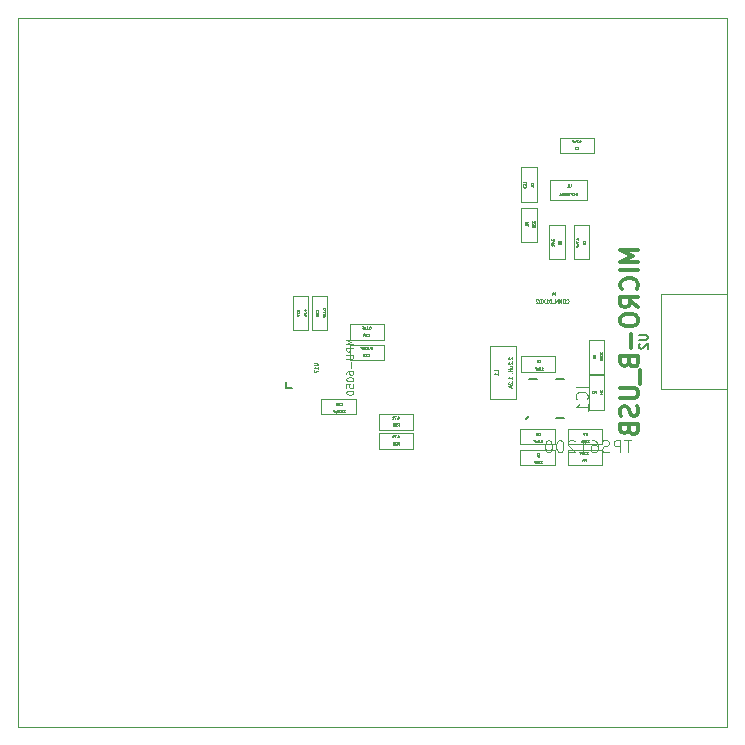
<source format=gbr>
G04 #@! TF.FileFunction,Legend,Bot*
%FSLAX46Y46*%
G04 Gerber Fmt 4.6, Leading zero omitted, Abs format (unit mm)*
G04 Created by KiCad (PCBNEW 4.0.2-stable) date Friday, May 27, 2016 'pmt' 03:10:38 pm*
%MOMM*%
G01*
G04 APERTURE LIST*
%ADD10C,0.100000*%
%ADD11C,0.001000*%
%ADD12C,0.203200*%
%ADD13C,0.099060*%
%ADD14C,0.198120*%
%ADD15C,0.050000*%
%ADD16C,0.075000*%
%ADD17C,0.190500*%
%ADD18C,0.304800*%
%ADD19C,0.060960*%
%ADD20C,0.124460*%
G04 APERTURE END LIST*
D10*
X14300000Y-13700000D02*
X74300000Y-13700000D01*
X74300000Y-73700000D02*
X74300000Y-13700000D01*
X14300000Y-73700000D02*
X74300000Y-73700000D01*
X14300000Y-13700000D02*
X14300000Y-73700000D01*
D11*
X61349760Y-31199660D02*
X61349760Y-34100340D01*
X61349760Y-34100340D02*
X62650240Y-34100340D01*
X62650240Y-34100340D02*
X62650240Y-31199660D01*
X62650240Y-31199660D02*
X61349760Y-31199660D01*
X63050340Y-23849760D02*
X60149660Y-23849760D01*
X60149660Y-23849760D02*
X60149660Y-25150240D01*
X60149660Y-25150240D02*
X63050340Y-25150240D01*
X63050340Y-25150240D02*
X63050340Y-23849760D01*
X56849660Y-43650240D02*
X59750340Y-43650240D01*
X59750340Y-43650240D02*
X59750340Y-42349760D01*
X59750340Y-42349760D02*
X56849660Y-42349760D01*
X56849660Y-42349760D02*
X56849660Y-43650240D01*
X56799660Y-51550240D02*
X59700340Y-51550240D01*
X59700340Y-51550240D02*
X59700340Y-50249760D01*
X59700340Y-50249760D02*
X56799660Y-50249760D01*
X56799660Y-50249760D02*
X56799660Y-51550240D01*
X56799660Y-49800240D02*
X59700340Y-49800240D01*
X59700340Y-49800240D02*
X59700340Y-48499760D01*
X59700340Y-48499760D02*
X56799660Y-48499760D01*
X56799660Y-48499760D02*
X56799660Y-49800240D01*
X45250340Y-41349760D02*
X42349660Y-41349760D01*
X42349660Y-41349760D02*
X42349660Y-42650240D01*
X42349660Y-42650240D02*
X45250340Y-42650240D01*
X45250340Y-42650240D02*
X45250340Y-41349760D01*
X45250340Y-39649760D02*
X42349660Y-39649760D01*
X42349660Y-39649760D02*
X42349660Y-40950240D01*
X42349660Y-40950240D02*
X45250340Y-40950240D01*
X45250340Y-40950240D02*
X45250340Y-39649760D01*
X40450240Y-40150340D02*
X40450240Y-37249660D01*
X40450240Y-37249660D02*
X39149760Y-37249660D01*
X39149760Y-37249660D02*
X39149760Y-40150340D01*
X39149760Y-40150340D02*
X40450240Y-40150340D01*
X39949660Y-47250240D02*
X42850340Y-47250240D01*
X42850340Y-47250240D02*
X42850340Y-45949760D01*
X42850340Y-45949760D02*
X39949660Y-45949760D01*
X39949660Y-45949760D02*
X39949660Y-47250240D01*
D12*
X57252480Y-47647520D02*
X57501400Y-47398600D01*
X60498600Y-47551000D02*
X59838200Y-47551000D01*
X60498600Y-44249000D02*
X59838200Y-44249000D01*
X58187200Y-44249000D02*
X57526800Y-44249000D01*
D11*
X56399820Y-45950440D02*
X54200180Y-45950440D01*
X54200180Y-45950440D02*
X54200180Y-41449560D01*
X54200180Y-41449560D02*
X56399820Y-41449560D01*
X56399820Y-41449560D02*
X56399820Y-45950440D01*
X58200240Y-32650340D02*
X58200240Y-29749660D01*
X58200240Y-29749660D02*
X56899760Y-29749660D01*
X56899760Y-29749660D02*
X56899760Y-32650340D01*
X56899760Y-32650340D02*
X58200240Y-32650340D01*
X59249760Y-31199660D02*
X59249760Y-34100340D01*
X59249760Y-34100340D02*
X60550240Y-34100340D01*
X60550240Y-34100340D02*
X60550240Y-31199660D01*
X60550240Y-31199660D02*
X59249760Y-31199660D01*
X63900240Y-46850340D02*
X63900240Y-43949660D01*
X63900240Y-43949660D02*
X62599760Y-43949660D01*
X62599760Y-43949660D02*
X62599760Y-46850340D01*
X62599760Y-46850340D02*
X63900240Y-46850340D01*
X63700340Y-50249760D02*
X60799660Y-50249760D01*
X60799660Y-50249760D02*
X60799660Y-51550240D01*
X60799660Y-51550240D02*
X63700340Y-51550240D01*
X63700340Y-51550240D02*
X63700340Y-50249760D01*
X63900240Y-43850340D02*
X63900240Y-40949660D01*
X63900240Y-40949660D02*
X62599760Y-40949660D01*
X62599760Y-40949660D02*
X62599760Y-43850340D01*
X62599760Y-43850340D02*
X63900240Y-43850340D01*
X60799660Y-49800240D02*
X63700340Y-49800240D01*
X63700340Y-49800240D02*
X63700340Y-48499760D01*
X63700340Y-48499760D02*
X60799660Y-48499760D01*
X60799660Y-48499760D02*
X60799660Y-49800240D01*
X47750340Y-47249760D02*
X44849660Y-47249760D01*
X44849660Y-47249760D02*
X44849660Y-48550240D01*
X44849660Y-48550240D02*
X47750340Y-48550240D01*
X47750340Y-48550240D02*
X47750340Y-47249760D01*
X47750340Y-48849760D02*
X44849660Y-48849760D01*
X44849660Y-48849760D02*
X44849660Y-50150240D01*
X44849660Y-50150240D02*
X47750340Y-50150240D01*
X47750340Y-50150240D02*
X47750340Y-48849760D01*
X38850240Y-40150340D02*
X38850240Y-37249660D01*
X38850240Y-37249660D02*
X37549760Y-37249660D01*
X37549760Y-37249660D02*
X37549760Y-40150340D01*
X37549760Y-40150340D02*
X38850240Y-40150340D01*
X59350600Y-29100900D02*
X62449400Y-29100900D01*
X62449400Y-29100900D02*
X62449400Y-27399100D01*
X62449400Y-27399100D02*
X59350600Y-27399100D01*
X59350600Y-27399100D02*
X59350600Y-29100900D01*
D13*
X74100760Y-37099500D02*
X74298880Y-37099500D01*
X74100760Y-45100500D02*
X74298880Y-45100500D01*
X68700720Y-37099500D02*
X68700720Y-45100500D01*
X68700720Y-45100500D02*
X74100760Y-45100500D01*
X74298880Y-45100500D02*
X74298880Y-37099500D01*
X74100760Y-37099500D02*
X68700720Y-37099500D01*
D11*
X56899760Y-26349660D02*
X56899760Y-29250340D01*
X56899760Y-29250340D02*
X58200240Y-29250340D01*
X58200240Y-29250340D02*
X58200240Y-26349660D01*
X58200240Y-26349660D02*
X56899760Y-26349660D01*
D14*
X37498980Y-44998980D02*
X36973200Y-44998980D01*
X36950500Y-44973200D02*
X36950500Y-44523620D01*
D15*
X62296429Y-32666667D02*
X62305952Y-32657143D01*
X62315476Y-32628572D01*
X62315476Y-32609524D01*
X62305952Y-32580952D01*
X62286905Y-32561905D01*
X62267857Y-32552381D01*
X62229762Y-32542857D01*
X62201190Y-32542857D01*
X62163095Y-32552381D01*
X62144048Y-32561905D01*
X62125000Y-32580952D01*
X62115476Y-32609524D01*
X62115476Y-32628572D01*
X62125000Y-32657143D01*
X62134524Y-32666667D01*
X62315476Y-32857143D02*
X62315476Y-32742857D01*
X62315476Y-32800000D02*
X62115476Y-32800000D01*
X62144048Y-32780952D01*
X62163095Y-32761905D01*
X62172619Y-32742857D01*
X61582143Y-32419048D02*
X61715476Y-32419048D01*
X61505952Y-32371429D02*
X61648810Y-32323810D01*
X61648810Y-32447620D01*
X61696429Y-32523810D02*
X61705952Y-32533334D01*
X61715476Y-32523810D01*
X61705952Y-32514286D01*
X61696429Y-32523810D01*
X61715476Y-32523810D01*
X61515476Y-32600000D02*
X61515476Y-32733334D01*
X61715476Y-32647619D01*
X61582143Y-32895238D02*
X61715476Y-32895238D01*
X61582143Y-32809524D02*
X61686905Y-32809524D01*
X61705952Y-32819048D01*
X61715476Y-32838095D01*
X61715476Y-32866667D01*
X61705952Y-32885715D01*
X61696429Y-32895238D01*
X61610714Y-33057143D02*
X61610714Y-32990476D01*
X61715476Y-32990476D02*
X61515476Y-32990476D01*
X61515476Y-33085714D01*
X61583333Y-24796429D02*
X61592857Y-24805952D01*
X61621428Y-24815476D01*
X61640476Y-24815476D01*
X61669048Y-24805952D01*
X61688095Y-24786905D01*
X61697619Y-24767857D01*
X61707143Y-24729762D01*
X61707143Y-24701190D01*
X61697619Y-24663095D01*
X61688095Y-24644048D01*
X61669048Y-24625000D01*
X61640476Y-24615476D01*
X61621428Y-24615476D01*
X61592857Y-24625000D01*
X61583333Y-24634524D01*
X61507143Y-24634524D02*
X61497619Y-24625000D01*
X61478571Y-24615476D01*
X61430952Y-24615476D01*
X61411905Y-24625000D01*
X61402381Y-24634524D01*
X61392857Y-24653571D01*
X61392857Y-24672619D01*
X61402381Y-24701190D01*
X61516667Y-24815476D01*
X61392857Y-24815476D01*
X61830952Y-24082143D02*
X61830952Y-24215476D01*
X61878571Y-24005952D02*
X61926190Y-24148810D01*
X61802380Y-24148810D01*
X61726190Y-24196429D02*
X61716666Y-24205952D01*
X61726190Y-24215476D01*
X61735714Y-24205952D01*
X61726190Y-24196429D01*
X61726190Y-24215476D01*
X61650000Y-24015476D02*
X61516666Y-24015476D01*
X61602381Y-24215476D01*
X61354762Y-24082143D02*
X61354762Y-24215476D01*
X61440476Y-24082143D02*
X61440476Y-24186905D01*
X61430952Y-24205952D01*
X61411905Y-24215476D01*
X61383333Y-24215476D01*
X61364285Y-24205952D01*
X61354762Y-24196429D01*
X61192857Y-24110714D02*
X61259524Y-24110714D01*
X61259524Y-24215476D02*
X61259524Y-24015476D01*
X61164286Y-24015476D01*
X58383333Y-42846429D02*
X58392857Y-42855952D01*
X58421428Y-42865476D01*
X58440476Y-42865476D01*
X58469048Y-42855952D01*
X58488095Y-42836905D01*
X58497619Y-42817857D01*
X58507143Y-42779762D01*
X58507143Y-42751190D01*
X58497619Y-42713095D01*
X58488095Y-42694048D01*
X58469048Y-42675000D01*
X58440476Y-42665476D01*
X58421428Y-42665476D01*
X58392857Y-42675000D01*
X58383333Y-42684524D01*
X58316667Y-42665476D02*
X58192857Y-42665476D01*
X58259524Y-42741667D01*
X58230952Y-42741667D01*
X58211905Y-42751190D01*
X58202381Y-42760714D01*
X58192857Y-42779762D01*
X58192857Y-42827381D01*
X58202381Y-42846429D01*
X58211905Y-42855952D01*
X58230952Y-42865476D01*
X58288095Y-42865476D01*
X58307143Y-42855952D01*
X58316667Y-42846429D01*
X58564285Y-43465476D02*
X58678571Y-43465476D01*
X58621428Y-43465476D02*
X58621428Y-43265476D01*
X58640476Y-43294048D01*
X58659523Y-43313095D01*
X58678571Y-43322619D01*
X58440476Y-43265476D02*
X58421428Y-43265476D01*
X58402380Y-43275000D01*
X58392857Y-43284524D01*
X58383333Y-43303571D01*
X58373809Y-43341667D01*
X58373809Y-43389286D01*
X58383333Y-43427381D01*
X58392857Y-43446429D01*
X58402380Y-43455952D01*
X58421428Y-43465476D01*
X58440476Y-43465476D01*
X58459523Y-43455952D01*
X58469047Y-43446429D01*
X58478571Y-43427381D01*
X58488095Y-43389286D01*
X58488095Y-43341667D01*
X58478571Y-43303571D01*
X58469047Y-43284524D01*
X58459523Y-43275000D01*
X58440476Y-43265476D01*
X58202381Y-43332143D02*
X58202381Y-43465476D01*
X58288095Y-43332143D02*
X58288095Y-43436905D01*
X58278571Y-43455952D01*
X58259524Y-43465476D01*
X58230952Y-43465476D01*
X58211904Y-43455952D01*
X58202381Y-43446429D01*
X58040476Y-43360714D02*
X58107143Y-43360714D01*
X58107143Y-43465476D02*
X58107143Y-43265476D01*
X58011905Y-43265476D01*
X58371429Y-50641667D02*
X58380952Y-50632143D01*
X58390476Y-50603572D01*
X58390476Y-50584524D01*
X58380952Y-50555952D01*
X58361905Y-50536905D01*
X58342857Y-50527381D01*
X58304762Y-50517857D01*
X58276190Y-50517857D01*
X58238095Y-50527381D01*
X58219048Y-50536905D01*
X58200000Y-50555952D01*
X58190476Y-50584524D01*
X58190476Y-50603572D01*
X58200000Y-50632143D01*
X58209524Y-50641667D01*
X58190476Y-50822619D02*
X58190476Y-50727381D01*
X58285714Y-50717857D01*
X58276190Y-50727381D01*
X58266667Y-50746429D01*
X58266667Y-50794048D01*
X58276190Y-50813095D01*
X58285714Y-50822619D01*
X58304762Y-50832143D01*
X58352381Y-50832143D01*
X58371429Y-50822619D01*
X58380952Y-50813095D01*
X58390476Y-50794048D01*
X58390476Y-50746429D01*
X58380952Y-50727381D01*
X58371429Y-50717857D01*
X58628571Y-51184524D02*
X58619047Y-51175000D01*
X58599999Y-51165476D01*
X58552380Y-51165476D01*
X58533333Y-51175000D01*
X58523809Y-51184524D01*
X58514285Y-51203571D01*
X58514285Y-51222619D01*
X58523809Y-51251190D01*
X58638095Y-51365476D01*
X58514285Y-51365476D01*
X58438095Y-51184524D02*
X58428571Y-51175000D01*
X58409523Y-51165476D01*
X58361904Y-51165476D01*
X58342857Y-51175000D01*
X58333333Y-51184524D01*
X58323809Y-51203571D01*
X58323809Y-51222619D01*
X58333333Y-51251190D01*
X58447619Y-51365476D01*
X58323809Y-51365476D01*
X58152381Y-51232143D02*
X58152381Y-51365476D01*
X58238095Y-51232143D02*
X58238095Y-51336905D01*
X58228571Y-51355952D01*
X58209524Y-51365476D01*
X58180952Y-51365476D01*
X58161904Y-51355952D01*
X58152381Y-51346429D01*
X57990476Y-51260714D02*
X58057143Y-51260714D01*
X58057143Y-51365476D02*
X58057143Y-51165476D01*
X57961905Y-51165476D01*
X58333333Y-48996429D02*
X58342857Y-49005952D01*
X58371428Y-49015476D01*
X58390476Y-49015476D01*
X58419048Y-49005952D01*
X58438095Y-48986905D01*
X58447619Y-48967857D01*
X58457143Y-48929762D01*
X58457143Y-48901190D01*
X58447619Y-48863095D01*
X58438095Y-48844048D01*
X58419048Y-48825000D01*
X58390476Y-48815476D01*
X58371428Y-48815476D01*
X58342857Y-48825000D01*
X58333333Y-48834524D01*
X58161905Y-48815476D02*
X58200000Y-48815476D01*
X58219048Y-48825000D01*
X58228571Y-48834524D01*
X58247619Y-48863095D01*
X58257143Y-48901190D01*
X58257143Y-48977381D01*
X58247619Y-48996429D01*
X58238095Y-49005952D01*
X58219048Y-49015476D01*
X58180952Y-49015476D01*
X58161905Y-49005952D01*
X58152381Y-48996429D01*
X58142857Y-48977381D01*
X58142857Y-48929762D01*
X58152381Y-48910714D01*
X58161905Y-48901190D01*
X58180952Y-48891667D01*
X58219048Y-48891667D01*
X58238095Y-48901190D01*
X58247619Y-48910714D01*
X58257143Y-48929762D01*
X58628571Y-49415476D02*
X58609523Y-49415476D01*
X58590475Y-49425000D01*
X58580952Y-49434524D01*
X58571428Y-49453571D01*
X58561904Y-49491667D01*
X58561904Y-49539286D01*
X58571428Y-49577381D01*
X58580952Y-49596429D01*
X58590475Y-49605952D01*
X58609523Y-49615476D01*
X58628571Y-49615476D01*
X58647618Y-49605952D01*
X58657142Y-49596429D01*
X58666666Y-49577381D01*
X58676190Y-49539286D01*
X58676190Y-49491667D01*
X58666666Y-49453571D01*
X58657142Y-49434524D01*
X58647618Y-49425000D01*
X58628571Y-49415476D01*
X58476190Y-49596429D02*
X58466666Y-49605952D01*
X58476190Y-49615476D01*
X58485714Y-49605952D01*
X58476190Y-49596429D01*
X58476190Y-49615476D01*
X58276190Y-49615476D02*
X58390476Y-49615476D01*
X58333333Y-49615476D02*
X58333333Y-49415476D01*
X58352381Y-49444048D01*
X58371428Y-49463095D01*
X58390476Y-49472619D01*
X58104762Y-49482143D02*
X58104762Y-49615476D01*
X58190476Y-49482143D02*
X58190476Y-49586905D01*
X58180952Y-49605952D01*
X58161905Y-49615476D01*
X58133333Y-49615476D01*
X58114285Y-49605952D01*
X58104762Y-49596429D01*
X57942857Y-49510714D02*
X58009524Y-49510714D01*
X58009524Y-49615476D02*
X58009524Y-49415476D01*
X57914286Y-49415476D01*
X43878571Y-42296429D02*
X43888095Y-42305952D01*
X43916666Y-42315476D01*
X43935714Y-42315476D01*
X43964286Y-42305952D01*
X43983333Y-42286905D01*
X43992857Y-42267857D01*
X44002381Y-42229762D01*
X44002381Y-42201190D01*
X43992857Y-42163095D01*
X43983333Y-42144048D01*
X43964286Y-42125000D01*
X43935714Y-42115476D01*
X43916666Y-42115476D01*
X43888095Y-42125000D01*
X43878571Y-42134524D01*
X43802381Y-42134524D02*
X43792857Y-42125000D01*
X43773809Y-42115476D01*
X43726190Y-42115476D01*
X43707143Y-42125000D01*
X43697619Y-42134524D01*
X43688095Y-42153571D01*
X43688095Y-42172619D01*
X43697619Y-42201190D01*
X43811905Y-42315476D01*
X43688095Y-42315476D01*
X43621429Y-42115476D02*
X43497619Y-42115476D01*
X43564286Y-42191667D01*
X43535714Y-42191667D01*
X43516667Y-42201190D01*
X43507143Y-42210714D01*
X43497619Y-42229762D01*
X43497619Y-42277381D01*
X43507143Y-42296429D01*
X43516667Y-42305952D01*
X43535714Y-42315476D01*
X43592857Y-42315476D01*
X43611905Y-42305952D01*
X43621429Y-42296429D01*
X44173809Y-41515476D02*
X44154761Y-41515476D01*
X44135713Y-41525000D01*
X44126190Y-41534524D01*
X44116666Y-41553571D01*
X44107142Y-41591667D01*
X44107142Y-41639286D01*
X44116666Y-41677381D01*
X44126190Y-41696429D01*
X44135713Y-41705952D01*
X44154761Y-41715476D01*
X44173809Y-41715476D01*
X44192856Y-41705952D01*
X44202380Y-41696429D01*
X44211904Y-41677381D01*
X44221428Y-41639286D01*
X44221428Y-41591667D01*
X44211904Y-41553571D01*
X44202380Y-41534524D01*
X44192856Y-41525000D01*
X44173809Y-41515476D01*
X44021428Y-41696429D02*
X44011904Y-41705952D01*
X44021428Y-41715476D01*
X44030952Y-41705952D01*
X44021428Y-41696429D01*
X44021428Y-41715476D01*
X43888095Y-41515476D02*
X43869047Y-41515476D01*
X43849999Y-41525000D01*
X43840476Y-41534524D01*
X43830952Y-41553571D01*
X43821428Y-41591667D01*
X43821428Y-41639286D01*
X43830952Y-41677381D01*
X43840476Y-41696429D01*
X43849999Y-41705952D01*
X43869047Y-41715476D01*
X43888095Y-41715476D01*
X43907142Y-41705952D01*
X43916666Y-41696429D01*
X43926190Y-41677381D01*
X43935714Y-41639286D01*
X43935714Y-41591667D01*
X43926190Y-41553571D01*
X43916666Y-41534524D01*
X43907142Y-41525000D01*
X43888095Y-41515476D01*
X43630952Y-41715476D02*
X43745238Y-41715476D01*
X43688095Y-41715476D02*
X43688095Y-41515476D01*
X43707143Y-41544048D01*
X43726190Y-41563095D01*
X43745238Y-41572619D01*
X43459524Y-41582143D02*
X43459524Y-41715476D01*
X43545238Y-41582143D02*
X43545238Y-41686905D01*
X43535714Y-41705952D01*
X43516667Y-41715476D01*
X43488095Y-41715476D01*
X43469047Y-41705952D01*
X43459524Y-41696429D01*
X43297619Y-41610714D02*
X43364286Y-41610714D01*
X43364286Y-41715476D02*
X43364286Y-41515476D01*
X43269048Y-41515476D01*
X43878571Y-40596429D02*
X43888095Y-40605952D01*
X43916666Y-40615476D01*
X43935714Y-40615476D01*
X43964286Y-40605952D01*
X43983333Y-40586905D01*
X43992857Y-40567857D01*
X44002381Y-40529762D01*
X44002381Y-40501190D01*
X43992857Y-40463095D01*
X43983333Y-40444048D01*
X43964286Y-40425000D01*
X43935714Y-40415476D01*
X43916666Y-40415476D01*
X43888095Y-40425000D01*
X43878571Y-40434524D01*
X43802381Y-40434524D02*
X43792857Y-40425000D01*
X43773809Y-40415476D01*
X43726190Y-40415476D01*
X43707143Y-40425000D01*
X43697619Y-40434524D01*
X43688095Y-40453571D01*
X43688095Y-40472619D01*
X43697619Y-40501190D01*
X43811905Y-40615476D01*
X43688095Y-40615476D01*
X43516667Y-40482143D02*
X43516667Y-40615476D01*
X43564286Y-40405952D02*
X43611905Y-40548810D01*
X43488095Y-40548810D01*
X44078571Y-39815476D02*
X44059523Y-39815476D01*
X44040475Y-39825000D01*
X44030952Y-39834524D01*
X44021428Y-39853571D01*
X44011904Y-39891667D01*
X44011904Y-39939286D01*
X44021428Y-39977381D01*
X44030952Y-39996429D01*
X44040475Y-40005952D01*
X44059523Y-40015476D01*
X44078571Y-40015476D01*
X44097618Y-40005952D01*
X44107142Y-39996429D01*
X44116666Y-39977381D01*
X44126190Y-39939286D01*
X44126190Y-39891667D01*
X44116666Y-39853571D01*
X44107142Y-39834524D01*
X44097618Y-39825000D01*
X44078571Y-39815476D01*
X43926190Y-39996429D02*
X43916666Y-40005952D01*
X43926190Y-40015476D01*
X43935714Y-40005952D01*
X43926190Y-39996429D01*
X43926190Y-40015476D01*
X43726190Y-40015476D02*
X43840476Y-40015476D01*
X43783333Y-40015476D02*
X43783333Y-39815476D01*
X43802381Y-39844048D01*
X43821428Y-39863095D01*
X43840476Y-39872619D01*
X43554762Y-39882143D02*
X43554762Y-40015476D01*
X43640476Y-39882143D02*
X43640476Y-39986905D01*
X43630952Y-40005952D01*
X43611905Y-40015476D01*
X43583333Y-40015476D01*
X43564285Y-40005952D01*
X43554762Y-39996429D01*
X43392857Y-39910714D02*
X43459524Y-39910714D01*
X43459524Y-40015476D02*
X43459524Y-39815476D01*
X43364286Y-39815476D01*
X39646429Y-38521429D02*
X39655952Y-38511905D01*
X39665476Y-38483334D01*
X39665476Y-38464286D01*
X39655952Y-38435714D01*
X39636905Y-38416667D01*
X39617857Y-38407143D01*
X39579762Y-38397619D01*
X39551190Y-38397619D01*
X39513095Y-38407143D01*
X39494048Y-38416667D01*
X39475000Y-38435714D01*
X39465476Y-38464286D01*
X39465476Y-38483334D01*
X39475000Y-38511905D01*
X39484524Y-38521429D01*
X39484524Y-38597619D02*
X39475000Y-38607143D01*
X39465476Y-38626191D01*
X39465476Y-38673810D01*
X39475000Y-38692857D01*
X39484524Y-38702381D01*
X39503571Y-38711905D01*
X39522619Y-38711905D01*
X39551190Y-38702381D01*
X39665476Y-38588095D01*
X39665476Y-38711905D01*
X39465476Y-38892857D02*
X39465476Y-38797619D01*
X39560714Y-38788095D01*
X39551190Y-38797619D01*
X39541667Y-38816667D01*
X39541667Y-38864286D01*
X39551190Y-38883333D01*
X39560714Y-38892857D01*
X39579762Y-38902381D01*
X39627381Y-38902381D01*
X39646429Y-38892857D01*
X39655952Y-38883333D01*
X39665476Y-38864286D01*
X39665476Y-38816667D01*
X39655952Y-38797619D01*
X39646429Y-38788095D01*
X40065476Y-38321429D02*
X40065476Y-38340477D01*
X40075000Y-38359525D01*
X40084524Y-38369048D01*
X40103571Y-38378572D01*
X40141667Y-38388096D01*
X40189286Y-38388096D01*
X40227381Y-38378572D01*
X40246429Y-38369048D01*
X40255952Y-38359525D01*
X40265476Y-38340477D01*
X40265476Y-38321429D01*
X40255952Y-38302382D01*
X40246429Y-38292858D01*
X40227381Y-38283334D01*
X40189286Y-38273810D01*
X40141667Y-38273810D01*
X40103571Y-38283334D01*
X40084524Y-38292858D01*
X40075000Y-38302382D01*
X40065476Y-38321429D01*
X40246429Y-38473810D02*
X40255952Y-38483334D01*
X40265476Y-38473810D01*
X40255952Y-38464286D01*
X40246429Y-38473810D01*
X40265476Y-38473810D01*
X40265476Y-38673810D02*
X40265476Y-38559524D01*
X40265476Y-38616667D02*
X40065476Y-38616667D01*
X40094048Y-38597619D01*
X40113095Y-38578572D01*
X40122619Y-38559524D01*
X40132143Y-38845238D02*
X40265476Y-38845238D01*
X40132143Y-38759524D02*
X40236905Y-38759524D01*
X40255952Y-38769048D01*
X40265476Y-38788095D01*
X40265476Y-38816667D01*
X40255952Y-38835715D01*
X40246429Y-38845238D01*
X40160714Y-39007143D02*
X40160714Y-38940476D01*
X40265476Y-38940476D02*
X40065476Y-38940476D01*
X40065476Y-39035714D01*
X41578571Y-46446429D02*
X41588095Y-46455952D01*
X41616666Y-46465476D01*
X41635714Y-46465476D01*
X41664286Y-46455952D01*
X41683333Y-46436905D01*
X41692857Y-46417857D01*
X41702381Y-46379762D01*
X41702381Y-46351190D01*
X41692857Y-46313095D01*
X41683333Y-46294048D01*
X41664286Y-46275000D01*
X41635714Y-46265476D01*
X41616666Y-46265476D01*
X41588095Y-46275000D01*
X41578571Y-46284524D01*
X41502381Y-46284524D02*
X41492857Y-46275000D01*
X41473809Y-46265476D01*
X41426190Y-46265476D01*
X41407143Y-46275000D01*
X41397619Y-46284524D01*
X41388095Y-46303571D01*
X41388095Y-46322619D01*
X41397619Y-46351190D01*
X41511905Y-46465476D01*
X41388095Y-46465476D01*
X41216667Y-46265476D02*
X41254762Y-46265476D01*
X41273810Y-46275000D01*
X41283333Y-46284524D01*
X41302381Y-46313095D01*
X41311905Y-46351190D01*
X41311905Y-46427381D01*
X41302381Y-46446429D01*
X41292857Y-46455952D01*
X41273810Y-46465476D01*
X41235714Y-46465476D01*
X41216667Y-46455952D01*
X41207143Y-46446429D01*
X41197619Y-46427381D01*
X41197619Y-46379762D01*
X41207143Y-46360714D01*
X41216667Y-46351190D01*
X41235714Y-46341667D01*
X41273810Y-46341667D01*
X41292857Y-46351190D01*
X41302381Y-46360714D01*
X41311905Y-46379762D01*
X41969047Y-46884524D02*
X41959523Y-46875000D01*
X41940475Y-46865476D01*
X41892856Y-46865476D01*
X41873809Y-46875000D01*
X41864285Y-46884524D01*
X41854761Y-46903571D01*
X41854761Y-46922619D01*
X41864285Y-46951190D01*
X41978571Y-47065476D01*
X41854761Y-47065476D01*
X41778571Y-46884524D02*
X41769047Y-46875000D01*
X41749999Y-46865476D01*
X41702380Y-46865476D01*
X41683333Y-46875000D01*
X41673809Y-46884524D01*
X41664285Y-46903571D01*
X41664285Y-46922619D01*
X41673809Y-46951190D01*
X41788095Y-47065476D01*
X41664285Y-47065476D01*
X41540476Y-46865476D02*
X41521428Y-46865476D01*
X41502380Y-46875000D01*
X41492857Y-46884524D01*
X41483333Y-46903571D01*
X41473809Y-46941667D01*
X41473809Y-46989286D01*
X41483333Y-47027381D01*
X41492857Y-47046429D01*
X41502380Y-47055952D01*
X41521428Y-47065476D01*
X41540476Y-47065476D01*
X41559523Y-47055952D01*
X41569047Y-47046429D01*
X41578571Y-47027381D01*
X41588095Y-46989286D01*
X41588095Y-46941667D01*
X41578571Y-46903571D01*
X41569047Y-46884524D01*
X41559523Y-46875000D01*
X41540476Y-46865476D01*
X41350000Y-46865476D02*
X41330952Y-46865476D01*
X41311904Y-46875000D01*
X41302381Y-46884524D01*
X41292857Y-46903571D01*
X41283333Y-46941667D01*
X41283333Y-46989286D01*
X41292857Y-47027381D01*
X41302381Y-47046429D01*
X41311904Y-47055952D01*
X41330952Y-47065476D01*
X41350000Y-47065476D01*
X41369047Y-47055952D01*
X41378571Y-47046429D01*
X41388095Y-47027381D01*
X41397619Y-46989286D01*
X41397619Y-46941667D01*
X41388095Y-46903571D01*
X41378571Y-46884524D01*
X41369047Y-46875000D01*
X41350000Y-46865476D01*
X41197619Y-46932143D02*
X41197619Y-47132143D01*
X41197619Y-46941667D02*
X41178571Y-46932143D01*
X41140476Y-46932143D01*
X41121428Y-46941667D01*
X41111905Y-46951190D01*
X41102381Y-46970238D01*
X41102381Y-47027381D01*
X41111905Y-47046429D01*
X41121428Y-47055952D01*
X41140476Y-47065476D01*
X41178571Y-47065476D01*
X41197619Y-47055952D01*
X40950000Y-46960714D02*
X41016667Y-46960714D01*
X41016667Y-47065476D02*
X41016667Y-46865476D01*
X40921429Y-46865476D01*
D13*
X62507619Y-44908191D02*
X61491619Y-44908191D01*
X62410857Y-45972572D02*
X62459238Y-45924191D01*
X62507619Y-45779048D01*
X62507619Y-45682286D01*
X62459238Y-45537144D01*
X62362476Y-45440382D01*
X62265714Y-45392001D01*
X62072190Y-45343620D01*
X61927048Y-45343620D01*
X61733524Y-45392001D01*
X61636762Y-45440382D01*
X61540000Y-45537144D01*
X61491619Y-45682286D01*
X61491619Y-45779048D01*
X61540000Y-45924191D01*
X61588381Y-45972572D01*
X62507619Y-46940191D02*
X62507619Y-46359620D01*
X62507619Y-46649906D02*
X61491619Y-46649906D01*
X61636762Y-46553144D01*
X61733524Y-46456382D01*
X61781905Y-46359620D01*
X66201142Y-49443619D02*
X65620571Y-49443619D01*
X65910856Y-50459619D02*
X65910856Y-49443619D01*
X65281904Y-50459619D02*
X65281904Y-49443619D01*
X64894857Y-49443619D01*
X64798095Y-49492000D01*
X64749714Y-49540381D01*
X64701333Y-49637143D01*
X64701333Y-49782286D01*
X64749714Y-49879048D01*
X64798095Y-49927429D01*
X64894857Y-49975810D01*
X65281904Y-49975810D01*
X64314285Y-50411238D02*
X64169142Y-50459619D01*
X63927238Y-50459619D01*
X63830476Y-50411238D01*
X63782095Y-50362857D01*
X63733714Y-50266095D01*
X63733714Y-50169333D01*
X63782095Y-50072571D01*
X63830476Y-50024190D01*
X63927238Y-49975810D01*
X64120761Y-49927429D01*
X64217523Y-49879048D01*
X64265904Y-49830667D01*
X64314285Y-49733905D01*
X64314285Y-49637143D01*
X64265904Y-49540381D01*
X64217523Y-49492000D01*
X64120761Y-49443619D01*
X63878857Y-49443619D01*
X63733714Y-49492000D01*
X62862857Y-49443619D02*
X63056380Y-49443619D01*
X63153142Y-49492000D01*
X63201523Y-49540381D01*
X63298285Y-49685524D01*
X63346666Y-49879048D01*
X63346666Y-50266095D01*
X63298285Y-50362857D01*
X63249904Y-50411238D01*
X63153142Y-50459619D01*
X62959619Y-50459619D01*
X62862857Y-50411238D01*
X62814476Y-50362857D01*
X62766095Y-50266095D01*
X62766095Y-50024190D01*
X62814476Y-49927429D01*
X62862857Y-49879048D01*
X62959619Y-49830667D01*
X63153142Y-49830667D01*
X63249904Y-49879048D01*
X63298285Y-49927429D01*
X63346666Y-50024190D01*
X61798476Y-50459619D02*
X62379047Y-50459619D01*
X62088761Y-50459619D02*
X62088761Y-49443619D01*
X62185523Y-49588762D01*
X62282285Y-49685524D01*
X62379047Y-49733905D01*
X61411428Y-49540381D02*
X61363047Y-49492000D01*
X61266285Y-49443619D01*
X61024381Y-49443619D01*
X60927619Y-49492000D01*
X60879238Y-49540381D01*
X60830857Y-49637143D01*
X60830857Y-49733905D01*
X60879238Y-49879048D01*
X61459809Y-50459619D01*
X60830857Y-50459619D01*
X60201904Y-49443619D02*
X60105143Y-49443619D01*
X60008381Y-49492000D01*
X59960000Y-49540381D01*
X59911619Y-49637143D01*
X59863238Y-49830667D01*
X59863238Y-50072571D01*
X59911619Y-50266095D01*
X59960000Y-50362857D01*
X60008381Y-50411238D01*
X60105143Y-50459619D01*
X60201904Y-50459619D01*
X60298666Y-50411238D01*
X60347047Y-50362857D01*
X60395428Y-50266095D01*
X60443809Y-50072571D01*
X60443809Y-49830667D01*
X60395428Y-49637143D01*
X60347047Y-49540381D01*
X60298666Y-49492000D01*
X60201904Y-49443619D01*
X59234285Y-49443619D02*
X59137524Y-49443619D01*
X59040762Y-49492000D01*
X58992381Y-49540381D01*
X58944000Y-49637143D01*
X58895619Y-49830667D01*
X58895619Y-50072571D01*
X58944000Y-50266095D01*
X58992381Y-50362857D01*
X59040762Y-50411238D01*
X59137524Y-50459619D01*
X59234285Y-50459619D01*
X59331047Y-50411238D01*
X59379428Y-50362857D01*
X59427809Y-50266095D01*
X59476190Y-50072571D01*
X59476190Y-49830667D01*
X59427809Y-49637143D01*
X59379428Y-49540381D01*
X59331047Y-49492000D01*
X59234285Y-49443619D01*
D16*
X54898214Y-43650001D02*
X54898214Y-43507144D01*
X54598214Y-43507144D01*
X54898214Y-43907143D02*
X54898214Y-43735715D01*
X54898214Y-43821429D02*
X54598214Y-43821429D01*
X54641071Y-43792858D01*
X54669643Y-43764286D01*
X54683929Y-43735715D01*
X55814286Y-42435715D02*
X55800000Y-42450001D01*
X55785714Y-42478572D01*
X55785714Y-42550001D01*
X55800000Y-42578572D01*
X55814286Y-42592858D01*
X55842857Y-42607143D01*
X55871429Y-42607143D01*
X55914286Y-42592858D01*
X56085714Y-42421429D01*
X56085714Y-42607143D01*
X56057143Y-42735715D02*
X56071429Y-42750000D01*
X56085714Y-42735715D01*
X56071429Y-42721429D01*
X56057143Y-42735715D01*
X56085714Y-42735715D01*
X55814286Y-42864286D02*
X55800000Y-42878572D01*
X55785714Y-42907143D01*
X55785714Y-42978572D01*
X55800000Y-43007143D01*
X55814286Y-43021429D01*
X55842857Y-43035714D01*
X55871429Y-43035714D01*
X55914286Y-43021429D01*
X56085714Y-42850000D01*
X56085714Y-43035714D01*
X55885714Y-43292857D02*
X56085714Y-43292857D01*
X55885714Y-43164286D02*
X56042857Y-43164286D01*
X56071429Y-43178571D01*
X56085714Y-43207143D01*
X56085714Y-43250000D01*
X56071429Y-43278571D01*
X56057143Y-43292857D01*
X56085714Y-43435715D02*
X55785714Y-43435715D01*
X55928571Y-43435715D02*
X55928571Y-43607143D01*
X56085714Y-43607143D02*
X55785714Y-43607143D01*
X56071429Y-43764286D02*
X56085714Y-43764286D01*
X56114286Y-43750001D01*
X56128571Y-43735715D01*
X56085714Y-44278571D02*
X56085714Y-44107143D01*
X56085714Y-44192857D02*
X55785714Y-44192857D01*
X55828571Y-44164286D01*
X55857143Y-44135714D01*
X55871429Y-44107143D01*
X56057143Y-44407143D02*
X56071429Y-44421428D01*
X56085714Y-44407143D01*
X56071429Y-44392857D01*
X56057143Y-44407143D01*
X56085714Y-44407143D01*
X55814286Y-44535714D02*
X55800000Y-44550000D01*
X55785714Y-44578571D01*
X55785714Y-44650000D01*
X55800000Y-44678571D01*
X55814286Y-44692857D01*
X55842857Y-44707142D01*
X55871429Y-44707142D01*
X55914286Y-44692857D01*
X56085714Y-44521428D01*
X56085714Y-44707142D01*
X56000000Y-44821428D02*
X56000000Y-44964285D01*
X56085714Y-44792856D02*
X55785714Y-44892856D01*
X56085714Y-44992856D01*
D15*
X57415476Y-31116667D02*
X57320238Y-31050000D01*
X57415476Y-31002381D02*
X57215476Y-31002381D01*
X57215476Y-31078572D01*
X57225000Y-31097619D01*
X57234524Y-31107143D01*
X57253571Y-31116667D01*
X57282143Y-31116667D01*
X57301190Y-31107143D01*
X57310714Y-31097619D01*
X57320238Y-31078572D01*
X57320238Y-31002381D01*
X57415476Y-31307143D02*
X57415476Y-31192857D01*
X57415476Y-31250000D02*
X57215476Y-31250000D01*
X57244048Y-31230952D01*
X57263095Y-31211905D01*
X57272619Y-31192857D01*
X57815476Y-30892857D02*
X57815476Y-31016667D01*
X57891667Y-30950000D01*
X57891667Y-30978572D01*
X57901190Y-30997619D01*
X57910714Y-31007143D01*
X57929762Y-31016667D01*
X57977381Y-31016667D01*
X57996429Y-31007143D01*
X58005952Y-30997619D01*
X58015476Y-30978572D01*
X58015476Y-30921429D01*
X58005952Y-30902381D01*
X57996429Y-30892857D01*
X57815476Y-31083333D02*
X57815476Y-31207143D01*
X57891667Y-31140476D01*
X57891667Y-31169048D01*
X57901190Y-31188095D01*
X57910714Y-31197619D01*
X57929762Y-31207143D01*
X57977381Y-31207143D01*
X57996429Y-31197619D01*
X58005952Y-31188095D01*
X58015476Y-31169048D01*
X58015476Y-31111905D01*
X58005952Y-31092857D01*
X57996429Y-31083333D01*
X57815476Y-31330952D02*
X57815476Y-31350000D01*
X57825000Y-31369048D01*
X57834524Y-31378571D01*
X57853571Y-31388095D01*
X57891667Y-31397619D01*
X57939286Y-31397619D01*
X57977381Y-31388095D01*
X57996429Y-31378571D01*
X58005952Y-31369048D01*
X58015476Y-31350000D01*
X58015476Y-31330952D01*
X58005952Y-31311905D01*
X57996429Y-31302381D01*
X57977381Y-31292857D01*
X57939286Y-31283333D01*
X57891667Y-31283333D01*
X57853571Y-31292857D01*
X57834524Y-31302381D01*
X57825000Y-31311905D01*
X57815476Y-31330952D01*
X60215476Y-32666667D02*
X60120238Y-32600000D01*
X60215476Y-32552381D02*
X60015476Y-32552381D01*
X60015476Y-32628572D01*
X60025000Y-32647619D01*
X60034524Y-32657143D01*
X60053571Y-32666667D01*
X60082143Y-32666667D01*
X60101190Y-32657143D01*
X60110714Y-32647619D01*
X60120238Y-32628572D01*
X60120238Y-32552381D01*
X60034524Y-32742857D02*
X60025000Y-32752381D01*
X60015476Y-32771429D01*
X60015476Y-32819048D01*
X60025000Y-32838095D01*
X60034524Y-32847619D01*
X60053571Y-32857143D01*
X60072619Y-32857143D01*
X60101190Y-32847619D01*
X60215476Y-32733333D01*
X60215476Y-32857143D01*
X59434524Y-32419048D02*
X59425000Y-32428572D01*
X59415476Y-32447620D01*
X59415476Y-32495239D01*
X59425000Y-32514286D01*
X59434524Y-32523810D01*
X59453571Y-32533334D01*
X59472619Y-32533334D01*
X59501190Y-32523810D01*
X59615476Y-32409524D01*
X59615476Y-32533334D01*
X59596429Y-32619048D02*
X59605952Y-32628572D01*
X59615476Y-32619048D01*
X59605952Y-32609524D01*
X59596429Y-32619048D01*
X59615476Y-32619048D01*
X59415476Y-32752381D02*
X59415476Y-32771429D01*
X59425000Y-32790477D01*
X59434524Y-32800000D01*
X59453571Y-32809524D01*
X59491667Y-32819048D01*
X59539286Y-32819048D01*
X59577381Y-32809524D01*
X59596429Y-32800000D01*
X59605952Y-32790477D01*
X59615476Y-32771429D01*
X59615476Y-32752381D01*
X59605952Y-32733334D01*
X59596429Y-32723810D01*
X59577381Y-32714286D01*
X59539286Y-32704762D01*
X59491667Y-32704762D01*
X59453571Y-32714286D01*
X59434524Y-32723810D01*
X59425000Y-32733334D01*
X59415476Y-32752381D01*
X59615476Y-32904762D02*
X59415476Y-32904762D01*
X59539286Y-32923810D02*
X59615476Y-32980953D01*
X59482143Y-32980953D02*
X59558333Y-32904762D01*
X63058333Y-45440476D02*
X63125000Y-45345238D01*
X63172619Y-45440476D02*
X63172619Y-45240476D01*
X63096428Y-45240476D01*
X63077381Y-45250000D01*
X63067857Y-45259524D01*
X63058333Y-45278571D01*
X63058333Y-45307143D01*
X63067857Y-45326190D01*
X63077381Y-45335714D01*
X63096428Y-45345238D01*
X63172619Y-45345238D01*
X62991667Y-45240476D02*
X62867857Y-45240476D01*
X62934524Y-45316667D01*
X62905952Y-45316667D01*
X62886905Y-45326190D01*
X62877381Y-45335714D01*
X62867857Y-45354762D01*
X62867857Y-45402381D01*
X62877381Y-45421429D01*
X62886905Y-45430952D01*
X62905952Y-45440476D01*
X62963095Y-45440476D01*
X62982143Y-45430952D01*
X62991667Y-45421429D01*
X63534524Y-45178572D02*
X63525000Y-45188096D01*
X63515476Y-45207144D01*
X63515476Y-45254763D01*
X63525000Y-45273810D01*
X63534524Y-45283334D01*
X63553571Y-45292858D01*
X63572619Y-45292858D01*
X63601190Y-45283334D01*
X63715476Y-45169048D01*
X63715476Y-45292858D01*
X63715476Y-45378572D02*
X63515476Y-45378572D01*
X63658333Y-45445239D01*
X63515476Y-45511905D01*
X63715476Y-45511905D01*
X62233333Y-51215476D02*
X62300000Y-51120238D01*
X62347619Y-51215476D02*
X62347619Y-51015476D01*
X62271428Y-51015476D01*
X62252381Y-51025000D01*
X62242857Y-51034524D01*
X62233333Y-51053571D01*
X62233333Y-51082143D01*
X62242857Y-51101190D01*
X62252381Y-51110714D01*
X62271428Y-51120238D01*
X62347619Y-51120238D01*
X62061905Y-51082143D02*
X62061905Y-51215476D01*
X62109524Y-51005952D02*
X62157143Y-51148810D01*
X62033333Y-51148810D01*
X62399999Y-50615476D02*
X62514285Y-50615476D01*
X62457142Y-50615476D02*
X62457142Y-50415476D01*
X62476190Y-50444048D01*
X62495237Y-50463095D01*
X62514285Y-50472619D01*
X62314285Y-50596429D02*
X62304761Y-50605952D01*
X62314285Y-50615476D01*
X62323809Y-50605952D01*
X62314285Y-50596429D01*
X62314285Y-50615476D01*
X62228571Y-50434524D02*
X62219047Y-50425000D01*
X62199999Y-50415476D01*
X62152380Y-50415476D01*
X62133333Y-50425000D01*
X62123809Y-50434524D01*
X62114285Y-50453571D01*
X62114285Y-50472619D01*
X62123809Y-50501190D01*
X62238095Y-50615476D01*
X62114285Y-50615476D01*
X62028571Y-50615476D02*
X62028571Y-50415476D01*
X61961904Y-50558333D01*
X61895238Y-50415476D01*
X61895238Y-50615476D01*
X63115476Y-42316667D02*
X63020238Y-42250000D01*
X63115476Y-42202381D02*
X62915476Y-42202381D01*
X62915476Y-42278572D01*
X62925000Y-42297619D01*
X62934524Y-42307143D01*
X62953571Y-42316667D01*
X62982143Y-42316667D01*
X63001190Y-42307143D01*
X63010714Y-42297619D01*
X63020238Y-42278572D01*
X63020238Y-42202381D01*
X62915476Y-42488095D02*
X62915476Y-42450000D01*
X62925000Y-42430952D01*
X62934524Y-42421429D01*
X62963095Y-42402381D01*
X63001190Y-42392857D01*
X63077381Y-42392857D01*
X63096429Y-42402381D01*
X63105952Y-42411905D01*
X63115476Y-42430952D01*
X63115476Y-42469048D01*
X63105952Y-42488095D01*
X63096429Y-42497619D01*
X63077381Y-42507143D01*
X63029762Y-42507143D01*
X63010714Y-42497619D01*
X63001190Y-42488095D01*
X62991667Y-42469048D01*
X62991667Y-42430952D01*
X63001190Y-42411905D01*
X63010714Y-42402381D01*
X63029762Y-42392857D01*
X63534524Y-42021429D02*
X63525000Y-42030953D01*
X63515476Y-42050001D01*
X63515476Y-42097620D01*
X63525000Y-42116667D01*
X63534524Y-42126191D01*
X63553571Y-42135715D01*
X63572619Y-42135715D01*
X63601190Y-42126191D01*
X63715476Y-42011905D01*
X63715476Y-42135715D01*
X63534524Y-42211905D02*
X63525000Y-42221429D01*
X63515476Y-42240477D01*
X63515476Y-42288096D01*
X63525000Y-42307143D01*
X63534524Y-42316667D01*
X63553571Y-42326191D01*
X63572619Y-42326191D01*
X63601190Y-42316667D01*
X63715476Y-42202381D01*
X63715476Y-42326191D01*
X63515476Y-42450000D02*
X63515476Y-42469048D01*
X63525000Y-42488096D01*
X63534524Y-42497619D01*
X63553571Y-42507143D01*
X63591667Y-42516667D01*
X63639286Y-42516667D01*
X63677381Y-42507143D01*
X63696429Y-42497619D01*
X63705952Y-42488096D01*
X63715476Y-42469048D01*
X63715476Y-42450000D01*
X63705952Y-42430953D01*
X63696429Y-42421429D01*
X63677381Y-42411905D01*
X63639286Y-42402381D01*
X63591667Y-42402381D01*
X63553571Y-42411905D01*
X63534524Y-42421429D01*
X63525000Y-42430953D01*
X63515476Y-42450000D01*
X63715476Y-42602381D02*
X63515476Y-42602381D01*
X63639286Y-42621429D02*
X63715476Y-42678572D01*
X63582143Y-42678572D02*
X63658333Y-42602381D01*
X62333333Y-49015476D02*
X62400000Y-48920238D01*
X62447619Y-49015476D02*
X62447619Y-48815476D01*
X62371428Y-48815476D01*
X62352381Y-48825000D01*
X62342857Y-48834524D01*
X62333333Y-48853571D01*
X62333333Y-48882143D01*
X62342857Y-48901190D01*
X62352381Y-48910714D01*
X62371428Y-48920238D01*
X62447619Y-48920238D01*
X62266667Y-48815476D02*
X62133333Y-48815476D01*
X62219048Y-49015476D01*
X62628571Y-49434524D02*
X62619047Y-49425000D01*
X62599999Y-49415476D01*
X62552380Y-49415476D01*
X62533333Y-49425000D01*
X62523809Y-49434524D01*
X62514285Y-49453571D01*
X62514285Y-49472619D01*
X62523809Y-49501190D01*
X62638095Y-49615476D01*
X62514285Y-49615476D01*
X62438095Y-49434524D02*
X62428571Y-49425000D01*
X62409523Y-49415476D01*
X62361904Y-49415476D01*
X62342857Y-49425000D01*
X62333333Y-49434524D01*
X62323809Y-49453571D01*
X62323809Y-49472619D01*
X62333333Y-49501190D01*
X62447619Y-49615476D01*
X62323809Y-49615476D01*
X62200000Y-49415476D02*
X62180952Y-49415476D01*
X62161904Y-49425000D01*
X62152381Y-49434524D01*
X62142857Y-49453571D01*
X62133333Y-49491667D01*
X62133333Y-49539286D01*
X62142857Y-49577381D01*
X62152381Y-49596429D01*
X62161904Y-49605952D01*
X62180952Y-49615476D01*
X62200000Y-49615476D01*
X62219047Y-49605952D01*
X62228571Y-49596429D01*
X62238095Y-49577381D01*
X62247619Y-49539286D01*
X62247619Y-49491667D01*
X62238095Y-49453571D01*
X62228571Y-49434524D01*
X62219047Y-49425000D01*
X62200000Y-49415476D01*
X62047619Y-49615476D02*
X62047619Y-49415476D01*
X62028571Y-49539286D02*
X61971428Y-49615476D01*
X61971428Y-49482143D02*
X62047619Y-49558333D01*
X46378571Y-48215476D02*
X46445238Y-48120238D01*
X46492857Y-48215476D02*
X46492857Y-48015476D01*
X46416666Y-48015476D01*
X46397619Y-48025000D01*
X46388095Y-48034524D01*
X46378571Y-48053571D01*
X46378571Y-48082143D01*
X46388095Y-48101190D01*
X46397619Y-48110714D01*
X46416666Y-48120238D01*
X46492857Y-48120238D01*
X46302381Y-48034524D02*
X46292857Y-48025000D01*
X46273809Y-48015476D01*
X46226190Y-48015476D01*
X46207143Y-48025000D01*
X46197619Y-48034524D01*
X46188095Y-48053571D01*
X46188095Y-48072619D01*
X46197619Y-48101190D01*
X46311905Y-48215476D01*
X46188095Y-48215476D01*
X46007143Y-48015476D02*
X46102381Y-48015476D01*
X46111905Y-48110714D01*
X46102381Y-48101190D01*
X46083333Y-48091667D01*
X46035714Y-48091667D01*
X46016667Y-48101190D01*
X46007143Y-48110714D01*
X45997619Y-48129762D01*
X45997619Y-48177381D01*
X46007143Y-48196429D01*
X46016667Y-48205952D01*
X46035714Y-48215476D01*
X46083333Y-48215476D01*
X46102381Y-48205952D01*
X46111905Y-48196429D01*
X46435714Y-47482143D02*
X46435714Y-47615476D01*
X46483333Y-47405952D02*
X46530952Y-47548810D01*
X46407142Y-47548810D01*
X46330952Y-47596429D02*
X46321428Y-47605952D01*
X46330952Y-47615476D01*
X46340476Y-47605952D01*
X46330952Y-47596429D01*
X46330952Y-47615476D01*
X46254762Y-47415476D02*
X46121428Y-47415476D01*
X46207143Y-47615476D01*
X46045238Y-47615476D02*
X46045238Y-47415476D01*
X46026190Y-47539286D02*
X45969047Y-47615476D01*
X45969047Y-47482143D02*
X46045238Y-47558333D01*
X46378571Y-49815476D02*
X46445238Y-49720238D01*
X46492857Y-49815476D02*
X46492857Y-49615476D01*
X46416666Y-49615476D01*
X46397619Y-49625000D01*
X46388095Y-49634524D01*
X46378571Y-49653571D01*
X46378571Y-49682143D01*
X46388095Y-49701190D01*
X46397619Y-49710714D01*
X46416666Y-49720238D01*
X46492857Y-49720238D01*
X46302381Y-49634524D02*
X46292857Y-49625000D01*
X46273809Y-49615476D01*
X46226190Y-49615476D01*
X46207143Y-49625000D01*
X46197619Y-49634524D01*
X46188095Y-49653571D01*
X46188095Y-49672619D01*
X46197619Y-49701190D01*
X46311905Y-49815476D01*
X46188095Y-49815476D01*
X46016667Y-49615476D02*
X46054762Y-49615476D01*
X46073810Y-49625000D01*
X46083333Y-49634524D01*
X46102381Y-49663095D01*
X46111905Y-49701190D01*
X46111905Y-49777381D01*
X46102381Y-49796429D01*
X46092857Y-49805952D01*
X46073810Y-49815476D01*
X46035714Y-49815476D01*
X46016667Y-49805952D01*
X46007143Y-49796429D01*
X45997619Y-49777381D01*
X45997619Y-49729762D01*
X46007143Y-49710714D01*
X46016667Y-49701190D01*
X46035714Y-49691667D01*
X46073810Y-49691667D01*
X46092857Y-49701190D01*
X46102381Y-49710714D01*
X46111905Y-49729762D01*
X46435714Y-49082143D02*
X46435714Y-49215476D01*
X46483333Y-49005952D02*
X46530952Y-49148810D01*
X46407142Y-49148810D01*
X46330952Y-49196429D02*
X46321428Y-49205952D01*
X46330952Y-49215476D01*
X46340476Y-49205952D01*
X46330952Y-49196429D01*
X46330952Y-49215476D01*
X46254762Y-49015476D02*
X46121428Y-49015476D01*
X46207143Y-49215476D01*
X46045238Y-49215476D02*
X46045238Y-49015476D01*
X46026190Y-49139286D02*
X45969047Y-49215476D01*
X45969047Y-49082143D02*
X46045238Y-49158333D01*
X38065476Y-38521429D02*
X37970238Y-38454762D01*
X38065476Y-38407143D02*
X37865476Y-38407143D01*
X37865476Y-38483334D01*
X37875000Y-38502381D01*
X37884524Y-38511905D01*
X37903571Y-38521429D01*
X37932143Y-38521429D01*
X37951190Y-38511905D01*
X37960714Y-38502381D01*
X37970238Y-38483334D01*
X37970238Y-38407143D01*
X37884524Y-38597619D02*
X37875000Y-38607143D01*
X37865476Y-38626191D01*
X37865476Y-38673810D01*
X37875000Y-38692857D01*
X37884524Y-38702381D01*
X37903571Y-38711905D01*
X37922619Y-38711905D01*
X37951190Y-38702381D01*
X38065476Y-38588095D01*
X38065476Y-38711905D01*
X37865476Y-38778571D02*
X37865476Y-38911905D01*
X38065476Y-38826190D01*
X38532143Y-38464286D02*
X38665476Y-38464286D01*
X38455952Y-38416667D02*
X38598810Y-38369048D01*
X38598810Y-38492858D01*
X38646429Y-38569048D02*
X38655952Y-38578572D01*
X38665476Y-38569048D01*
X38655952Y-38559524D01*
X38646429Y-38569048D01*
X38665476Y-38569048D01*
X38465476Y-38645238D02*
X38465476Y-38778572D01*
X38665476Y-38692857D01*
X38665476Y-38854762D02*
X38465476Y-38854762D01*
X38589286Y-38873810D02*
X38665476Y-38930953D01*
X38532143Y-38930953D02*
X38608333Y-38854762D01*
X61052381Y-27789956D02*
X61052381Y-27951861D01*
X61042857Y-27970909D01*
X61033333Y-27980432D01*
X61014286Y-27989956D01*
X60976190Y-27989956D01*
X60957143Y-27980432D01*
X60947619Y-27970909D01*
X60938095Y-27951861D01*
X60938095Y-27789956D01*
X60738095Y-27989956D02*
X60852381Y-27989956D01*
X60795238Y-27989956D02*
X60795238Y-27789956D01*
X60814286Y-27818528D01*
X60833333Y-27837575D01*
X60852381Y-27847099D01*
X61612856Y-28720476D02*
X61612856Y-28520476D01*
X61546189Y-28663333D01*
X61479523Y-28520476D01*
X61479523Y-28720476D01*
X61269999Y-28701429D02*
X61279523Y-28710952D01*
X61308094Y-28720476D01*
X61327142Y-28720476D01*
X61355714Y-28710952D01*
X61374761Y-28691905D01*
X61384285Y-28672857D01*
X61393809Y-28634762D01*
X61393809Y-28606190D01*
X61384285Y-28568095D01*
X61374761Y-28549048D01*
X61355714Y-28530000D01*
X61327142Y-28520476D01*
X61308094Y-28520476D01*
X61279523Y-28530000D01*
X61269999Y-28539524D01*
X61184285Y-28720476D02*
X61184285Y-28520476D01*
X61108094Y-28520476D01*
X61089047Y-28530000D01*
X61079523Y-28539524D01*
X61069999Y-28558571D01*
X61069999Y-28587143D01*
X61079523Y-28606190D01*
X61089047Y-28615714D01*
X61108094Y-28625238D01*
X61184285Y-28625238D01*
X61003333Y-28520476D02*
X60869999Y-28520476D01*
X60955714Y-28720476D01*
X60812857Y-28520476D02*
X60689047Y-28520476D01*
X60755714Y-28596667D01*
X60727142Y-28596667D01*
X60708095Y-28606190D01*
X60698571Y-28615714D01*
X60689047Y-28634762D01*
X60689047Y-28682381D01*
X60698571Y-28701429D01*
X60708095Y-28710952D01*
X60727142Y-28720476D01*
X60784285Y-28720476D01*
X60803333Y-28710952D01*
X60812857Y-28701429D01*
X60574762Y-28606190D02*
X60593809Y-28596667D01*
X60603333Y-28587143D01*
X60612857Y-28568095D01*
X60612857Y-28558571D01*
X60603333Y-28539524D01*
X60593809Y-28530000D01*
X60574762Y-28520476D01*
X60536666Y-28520476D01*
X60517619Y-28530000D01*
X60508095Y-28539524D01*
X60498571Y-28558571D01*
X60498571Y-28568095D01*
X60508095Y-28587143D01*
X60517619Y-28596667D01*
X60536666Y-28606190D01*
X60574762Y-28606190D01*
X60593809Y-28615714D01*
X60603333Y-28625238D01*
X60612857Y-28644286D01*
X60612857Y-28682381D01*
X60603333Y-28701429D01*
X60593809Y-28710952D01*
X60574762Y-28720476D01*
X60536666Y-28720476D01*
X60517619Y-28710952D01*
X60508095Y-28701429D01*
X60498571Y-28682381D01*
X60498571Y-28644286D01*
X60508095Y-28625238D01*
X60517619Y-28615714D01*
X60536666Y-28606190D01*
X60431905Y-28520476D02*
X60308095Y-28520476D01*
X60374762Y-28596667D01*
X60346190Y-28596667D01*
X60327143Y-28606190D01*
X60317619Y-28615714D01*
X60308095Y-28634762D01*
X60308095Y-28682381D01*
X60317619Y-28701429D01*
X60327143Y-28710952D01*
X60346190Y-28720476D01*
X60403333Y-28720476D01*
X60422381Y-28710952D01*
X60431905Y-28701429D01*
X60117619Y-28720476D02*
X60231905Y-28720476D01*
X60174762Y-28720476D02*
X60174762Y-28520476D01*
X60193810Y-28549048D01*
X60212857Y-28568095D01*
X60231905Y-28577619D01*
D17*
X66840714Y-40519429D02*
X67457571Y-40519429D01*
X67530143Y-40555714D01*
X67566429Y-40592000D01*
X67602714Y-40664571D01*
X67602714Y-40809714D01*
X67566429Y-40882286D01*
X67530143Y-40918571D01*
X67457571Y-40954857D01*
X66840714Y-40954857D01*
X66913286Y-41281429D02*
X66877000Y-41317715D01*
X66840714Y-41390286D01*
X66840714Y-41571715D01*
X66877000Y-41644286D01*
X66913286Y-41680572D01*
X66985857Y-41716857D01*
X67058429Y-41716857D01*
X67167286Y-41680572D01*
X67602714Y-41245143D01*
X67602714Y-41716857D01*
D18*
X66789429Y-33334858D02*
X65265429Y-33334858D01*
X66354000Y-33842858D01*
X65265429Y-34350858D01*
X66789429Y-34350858D01*
X66789429Y-35076572D02*
X65265429Y-35076572D01*
X66644286Y-36673143D02*
X66716857Y-36600572D01*
X66789429Y-36382858D01*
X66789429Y-36237715D01*
X66716857Y-36020000D01*
X66571714Y-35874858D01*
X66426571Y-35802286D01*
X66136286Y-35729715D01*
X65918571Y-35729715D01*
X65628286Y-35802286D01*
X65483143Y-35874858D01*
X65338000Y-36020000D01*
X65265429Y-36237715D01*
X65265429Y-36382858D01*
X65338000Y-36600572D01*
X65410571Y-36673143D01*
X66789429Y-38197143D02*
X66063714Y-37689143D01*
X66789429Y-37326286D02*
X65265429Y-37326286D01*
X65265429Y-37906858D01*
X65338000Y-38052000D01*
X65410571Y-38124572D01*
X65555714Y-38197143D01*
X65773429Y-38197143D01*
X65918571Y-38124572D01*
X65991143Y-38052000D01*
X66063714Y-37906858D01*
X66063714Y-37326286D01*
X65265429Y-39140572D02*
X65265429Y-39430858D01*
X65338000Y-39576000D01*
X65483143Y-39721143D01*
X65773429Y-39793715D01*
X66281429Y-39793715D01*
X66571714Y-39721143D01*
X66716857Y-39576000D01*
X66789429Y-39430858D01*
X66789429Y-39140572D01*
X66716857Y-38995429D01*
X66571714Y-38850286D01*
X66281429Y-38777715D01*
X65773429Y-38777715D01*
X65483143Y-38850286D01*
X65338000Y-38995429D01*
X65265429Y-39140572D01*
X66208857Y-40446857D02*
X66208857Y-41608000D01*
X65991143Y-42841714D02*
X66063714Y-43059428D01*
X66136286Y-43132000D01*
X66281429Y-43204571D01*
X66499143Y-43204571D01*
X66644286Y-43132000D01*
X66716857Y-43059428D01*
X66789429Y-42914286D01*
X66789429Y-42333714D01*
X65265429Y-42333714D01*
X65265429Y-42841714D01*
X65338000Y-42986857D01*
X65410571Y-43059428D01*
X65555714Y-43132000D01*
X65700857Y-43132000D01*
X65846000Y-43059428D01*
X65918571Y-42986857D01*
X65991143Y-42841714D01*
X65991143Y-42333714D01*
X66934571Y-43494857D02*
X66934571Y-44656000D01*
X65265429Y-45018857D02*
X66499143Y-45018857D01*
X66644286Y-45091429D01*
X66716857Y-45164000D01*
X66789429Y-45309143D01*
X66789429Y-45599429D01*
X66716857Y-45744571D01*
X66644286Y-45817143D01*
X66499143Y-45889714D01*
X65265429Y-45889714D01*
X66716857Y-46542857D02*
X66789429Y-46760571D01*
X66789429Y-47123428D01*
X66716857Y-47268571D01*
X66644286Y-47341142D01*
X66499143Y-47413714D01*
X66354000Y-47413714D01*
X66208857Y-47341142D01*
X66136286Y-47268571D01*
X66063714Y-47123428D01*
X65991143Y-46833142D01*
X65918571Y-46688000D01*
X65846000Y-46615428D01*
X65700857Y-46542857D01*
X65555714Y-46542857D01*
X65410571Y-46615428D01*
X65338000Y-46688000D01*
X65265429Y-46833142D01*
X65265429Y-47196000D01*
X65338000Y-47413714D01*
X65991143Y-48574857D02*
X66063714Y-48792571D01*
X66136286Y-48865143D01*
X66281429Y-48937714D01*
X66499143Y-48937714D01*
X66644286Y-48865143D01*
X66716857Y-48792571D01*
X66789429Y-48647429D01*
X66789429Y-48066857D01*
X65265429Y-48066857D01*
X65265429Y-48574857D01*
X65338000Y-48720000D01*
X65410571Y-48792571D01*
X65555714Y-48865143D01*
X65700857Y-48865143D01*
X65846000Y-48792571D01*
X65918571Y-48720000D01*
X65991143Y-48574857D01*
X65991143Y-48066857D01*
D15*
X57865476Y-27702381D02*
X57665476Y-27702381D01*
X57665476Y-27750000D01*
X57675000Y-27778572D01*
X57694048Y-27797619D01*
X57713095Y-27807143D01*
X57751190Y-27816667D01*
X57779762Y-27816667D01*
X57817857Y-27807143D01*
X57836905Y-27797619D01*
X57855952Y-27778572D01*
X57865476Y-27750000D01*
X57865476Y-27702381D01*
X57865476Y-28007143D02*
X57865476Y-27892857D01*
X57865476Y-27950000D02*
X57665476Y-27950000D01*
X57694048Y-27930952D01*
X57713095Y-27911905D01*
X57722619Y-27892857D01*
X57265476Y-27721429D02*
X57265476Y-27626191D01*
X57065476Y-27626191D01*
X57160714Y-27788096D02*
X57160714Y-27854763D01*
X57265476Y-27883334D02*
X57265476Y-27788096D01*
X57065476Y-27788096D01*
X57065476Y-27883334D01*
X57265476Y-27969048D02*
X57065476Y-27969048D01*
X57065476Y-28016667D01*
X57075000Y-28045239D01*
X57094048Y-28064286D01*
X57113095Y-28073810D01*
X57151190Y-28083334D01*
X57179762Y-28083334D01*
X57217857Y-28073810D01*
X57236905Y-28064286D01*
X57255952Y-28045239D01*
X57265476Y-28016667D01*
X57265476Y-27969048D01*
X59774619Y-37139476D02*
X59774619Y-36939476D01*
X59698428Y-36939476D01*
X59679381Y-36949000D01*
X59669857Y-36958524D01*
X59660333Y-36977571D01*
X59660333Y-37006143D01*
X59669857Y-37025190D01*
X59679381Y-37034714D01*
X59698428Y-37044238D01*
X59774619Y-37044238D01*
X59488905Y-37006143D02*
X59488905Y-37139476D01*
X59536524Y-36929952D02*
X59584143Y-37072810D01*
X59460333Y-37072810D01*
D16*
X60707142Y-37791143D02*
X60721428Y-37805429D01*
X60764285Y-37819714D01*
X60792856Y-37819714D01*
X60835713Y-37805429D01*
X60864285Y-37776857D01*
X60878570Y-37748286D01*
X60892856Y-37691143D01*
X60892856Y-37648286D01*
X60878570Y-37591143D01*
X60864285Y-37562571D01*
X60835713Y-37534000D01*
X60792856Y-37519714D01*
X60764285Y-37519714D01*
X60721428Y-37534000D01*
X60707142Y-37548286D01*
X60521428Y-37519714D02*
X60464285Y-37519714D01*
X60435713Y-37534000D01*
X60407142Y-37562571D01*
X60392856Y-37619714D01*
X60392856Y-37719714D01*
X60407142Y-37776857D01*
X60435713Y-37805429D01*
X60464285Y-37819714D01*
X60521428Y-37819714D01*
X60549999Y-37805429D01*
X60578570Y-37776857D01*
X60592856Y-37719714D01*
X60592856Y-37619714D01*
X60578570Y-37562571D01*
X60549999Y-37534000D01*
X60521428Y-37519714D01*
X60264284Y-37819714D02*
X60264284Y-37519714D01*
X60092856Y-37819714D01*
X60092856Y-37519714D01*
X59949998Y-37819714D02*
X59949998Y-37519714D01*
X59778570Y-37819714D01*
X59778570Y-37519714D01*
X59707141Y-37848286D02*
X59478570Y-37848286D01*
X59349999Y-37519714D02*
X59321427Y-37519714D01*
X59292856Y-37534000D01*
X59278570Y-37548286D01*
X59264284Y-37576857D01*
X59249999Y-37634000D01*
X59249999Y-37705429D01*
X59264284Y-37762571D01*
X59278570Y-37791143D01*
X59292856Y-37805429D01*
X59321427Y-37819714D01*
X59349999Y-37819714D01*
X59378570Y-37805429D01*
X59392856Y-37791143D01*
X59407141Y-37762571D01*
X59421427Y-37705429D01*
X59421427Y-37634000D01*
X59407141Y-37576857D01*
X59392856Y-37548286D01*
X59378570Y-37534000D01*
X59349999Y-37519714D01*
X58964285Y-37819714D02*
X59135713Y-37819714D01*
X59049999Y-37819714D02*
X59049999Y-37519714D01*
X59078570Y-37562571D01*
X59107142Y-37591143D01*
X59135713Y-37605429D01*
X58864285Y-37519714D02*
X58664285Y-37819714D01*
X58664285Y-37519714D02*
X58864285Y-37819714D01*
X58492857Y-37519714D02*
X58464285Y-37519714D01*
X58435714Y-37534000D01*
X58421428Y-37548286D01*
X58407142Y-37576857D01*
X58392857Y-37634000D01*
X58392857Y-37705429D01*
X58407142Y-37762571D01*
X58421428Y-37791143D01*
X58435714Y-37805429D01*
X58464285Y-37819714D01*
X58492857Y-37819714D01*
X58521428Y-37805429D01*
X58535714Y-37791143D01*
X58549999Y-37762571D01*
X58564285Y-37705429D01*
X58564285Y-37634000D01*
X58549999Y-37576857D01*
X58535714Y-37548286D01*
X58521428Y-37534000D01*
X58492857Y-37519714D01*
X58278571Y-37548286D02*
X58264285Y-37534000D01*
X58235714Y-37519714D01*
X58164285Y-37519714D01*
X58135714Y-37534000D01*
X58121428Y-37548286D01*
X58107143Y-37576857D01*
X58107143Y-37605429D01*
X58121428Y-37648286D01*
X58292857Y-37819714D01*
X58107143Y-37819714D01*
D19*
X39335868Y-42928918D02*
X39578498Y-42928918D01*
X39607043Y-42943190D01*
X39621315Y-42957463D01*
X39635588Y-42986007D01*
X39635588Y-43043097D01*
X39621315Y-43071642D01*
X39607043Y-43085914D01*
X39578498Y-43100186D01*
X39335868Y-43100186D01*
X39635588Y-43399906D02*
X39635588Y-43228638D01*
X39635588Y-43314272D02*
X39335868Y-43314272D01*
X39378685Y-43285727D01*
X39407230Y-43257182D01*
X39421502Y-43228638D01*
X39335868Y-43499813D02*
X39335868Y-43699626D01*
X39635588Y-43571175D01*
D20*
X42671175Y-40923603D02*
X42071735Y-40923603D01*
X42499907Y-41123416D01*
X42071735Y-41323229D01*
X42671175Y-41323229D01*
X42671175Y-41608677D02*
X42071735Y-41608677D01*
X42071735Y-41837035D01*
X42100280Y-41894124D01*
X42128825Y-41922669D01*
X42185914Y-41951214D01*
X42271549Y-41951214D01*
X42328638Y-41922669D01*
X42357183Y-41894124D01*
X42385728Y-41837035D01*
X42385728Y-41608677D01*
X42071735Y-42208117D02*
X42556996Y-42208117D01*
X42614086Y-42236662D01*
X42642630Y-42265206D01*
X42671175Y-42322296D01*
X42671175Y-42436475D01*
X42642630Y-42493564D01*
X42614086Y-42522109D01*
X42556996Y-42550654D01*
X42071735Y-42550654D01*
X42442817Y-42836102D02*
X42442817Y-43292818D01*
X42071735Y-43835169D02*
X42071735Y-43720990D01*
X42100280Y-43663900D01*
X42128825Y-43635355D01*
X42214459Y-43578266D01*
X42328638Y-43549721D01*
X42556996Y-43549721D01*
X42614086Y-43578266D01*
X42642630Y-43606811D01*
X42671175Y-43663900D01*
X42671175Y-43778079D01*
X42642630Y-43835169D01*
X42614086Y-43863713D01*
X42556996Y-43892258D01*
X42414272Y-43892258D01*
X42357183Y-43863713D01*
X42328638Y-43835169D01*
X42300093Y-43778079D01*
X42300093Y-43663900D01*
X42328638Y-43606811D01*
X42357183Y-43578266D01*
X42414272Y-43549721D01*
X42071735Y-44263340D02*
X42071735Y-44320429D01*
X42100280Y-44377519D01*
X42128825Y-44406064D01*
X42185914Y-44434608D01*
X42300093Y-44463153D01*
X42442817Y-44463153D01*
X42556996Y-44434608D01*
X42614086Y-44406064D01*
X42642630Y-44377519D01*
X42671175Y-44320429D01*
X42671175Y-44263340D01*
X42642630Y-44206250D01*
X42614086Y-44177706D01*
X42556996Y-44149161D01*
X42442817Y-44120616D01*
X42300093Y-44120616D01*
X42185914Y-44149161D01*
X42128825Y-44177706D01*
X42100280Y-44206250D01*
X42071735Y-44263340D01*
X42071735Y-45005503D02*
X42071735Y-44720056D01*
X42357183Y-44691511D01*
X42328638Y-44720056D01*
X42300093Y-44777145D01*
X42300093Y-44919869D01*
X42328638Y-44976959D01*
X42357183Y-45005503D01*
X42414272Y-45034048D01*
X42556996Y-45034048D01*
X42614086Y-45005503D01*
X42642630Y-44976959D01*
X42671175Y-44919869D01*
X42671175Y-44777145D01*
X42642630Y-44720056D01*
X42614086Y-44691511D01*
X42071735Y-45405130D02*
X42071735Y-45462219D01*
X42100280Y-45519309D01*
X42128825Y-45547854D01*
X42185914Y-45576398D01*
X42300093Y-45604943D01*
X42442817Y-45604943D01*
X42556996Y-45576398D01*
X42614086Y-45547854D01*
X42642630Y-45519309D01*
X42671175Y-45462219D01*
X42671175Y-45405130D01*
X42642630Y-45348040D01*
X42614086Y-45319496D01*
X42556996Y-45290951D01*
X42442817Y-45262406D01*
X42300093Y-45262406D01*
X42185914Y-45290951D01*
X42128825Y-45319496D01*
X42100280Y-45348040D01*
X42071735Y-45405130D01*
M02*

</source>
